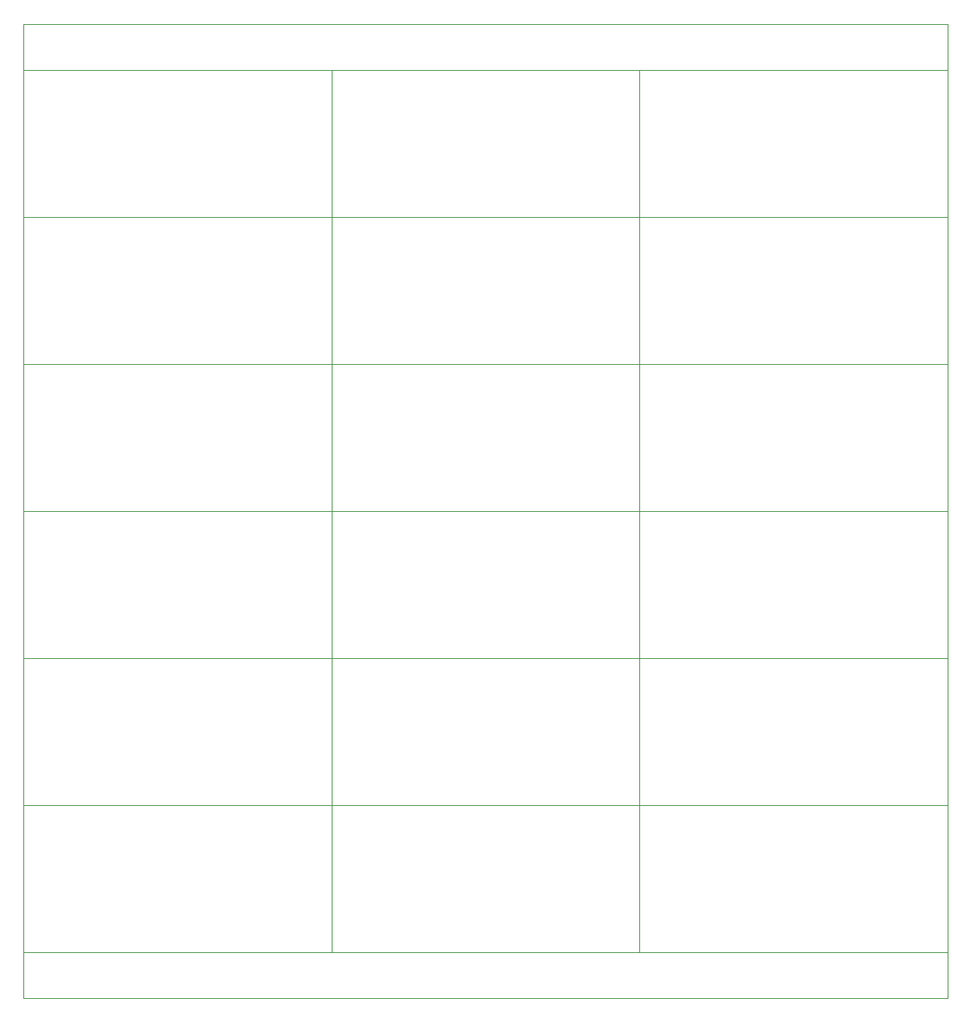
<source format=gbr>
%TF.GenerationSoftware,KiCad,Pcbnew,8.0.1*%
%TF.CreationDate,2024-04-28T15:40:34+08:00*%
%TF.ProjectId,pinban,70696e62-616e-42e6-9b69-6361645f7063,rev?*%
%TF.SameCoordinates,Original*%
%TF.FileFunction,Profile,NP*%
%FSLAX46Y46*%
G04 Gerber Fmt 4.6, Leading zero omitted, Abs format (unit mm)*
G04 Created by KiCad (PCBNEW 8.0.1) date 2024-04-28 15:40:34*
%MOMM*%
%LPD*%
G01*
G04 APERTURE LIST*
%TA.AperFunction,Profile*%
%ADD10C,0.050000*%
%TD*%
G04 APERTURE END LIST*
D10*
X60000000Y-126000000D02*
X160500000Y-126000000D01*
X160500000Y-131000000D01*
X60000000Y-131000000D01*
X60000000Y-126000000D01*
X60000000Y-25000000D02*
X160500000Y-25000000D01*
X160500000Y-30000000D01*
X60000000Y-30000000D01*
X60000000Y-25000000D01*
X127000000Y-110000000D02*
X160500000Y-110000000D01*
X160500000Y-126000000D01*
X127000000Y-126000000D01*
X127000000Y-110000000D01*
X93500000Y-110000000D02*
X127000000Y-110000000D01*
X127000000Y-126000000D01*
X93500000Y-126000000D01*
X93500000Y-110000000D01*
X60000000Y-110000000D02*
X93500000Y-110000000D01*
X93500000Y-126000000D01*
X60000000Y-126000000D01*
X60000000Y-110000000D01*
X127000000Y-94000000D02*
X160500000Y-94000000D01*
X160500000Y-110000000D01*
X127000000Y-110000000D01*
X127000000Y-94000000D01*
X93500000Y-94000000D02*
X127000000Y-94000000D01*
X127000000Y-110000000D01*
X93500000Y-110000000D01*
X93500000Y-94000000D01*
X60000000Y-94000000D02*
X93500000Y-94000000D01*
X93500000Y-110000000D01*
X60000000Y-110000000D01*
X60000000Y-94000000D01*
X127000000Y-78000000D02*
X160500000Y-78000000D01*
X160500000Y-94000000D01*
X127000000Y-94000000D01*
X127000000Y-78000000D01*
X93500000Y-78000000D02*
X127000000Y-78000000D01*
X127000000Y-94000000D01*
X93500000Y-94000000D01*
X93500000Y-78000000D01*
X60000000Y-78000000D02*
X93500000Y-78000000D01*
X93500000Y-94000000D01*
X60000000Y-94000000D01*
X60000000Y-78000000D01*
X127000000Y-62000000D02*
X160500000Y-62000000D01*
X160500000Y-78000000D01*
X127000000Y-78000000D01*
X127000000Y-62000000D01*
X93500000Y-62000000D02*
X127000000Y-62000000D01*
X127000000Y-78000000D01*
X93500000Y-78000000D01*
X93500000Y-62000000D01*
X60000000Y-62000000D02*
X93500000Y-62000000D01*
X93500000Y-78000000D01*
X60000000Y-78000000D01*
X60000000Y-62000000D01*
X127000000Y-46000000D02*
X160500000Y-46000000D01*
X160500000Y-62000000D01*
X127000000Y-62000000D01*
X127000000Y-46000000D01*
X93500000Y-46000000D02*
X127000000Y-46000000D01*
X127000000Y-62000000D01*
X93500000Y-62000000D01*
X93500000Y-46000000D01*
X60000000Y-46000000D02*
X93500000Y-46000000D01*
X93500000Y-62000000D01*
X60000000Y-62000000D01*
X60000000Y-46000000D01*
X127000000Y-30000000D02*
X160500000Y-30000000D01*
X160500000Y-46000000D01*
X127000000Y-46000000D01*
X127000000Y-30000000D01*
X93500000Y-30000000D02*
X127000000Y-30000000D01*
X127000000Y-46000000D01*
X93500000Y-46000000D01*
X93500000Y-30000000D01*
X60000000Y-30000000D02*
X93500000Y-30000000D01*
X93500000Y-46000000D01*
X60000000Y-46000000D01*
X60000000Y-30000000D01*
M02*

</source>
